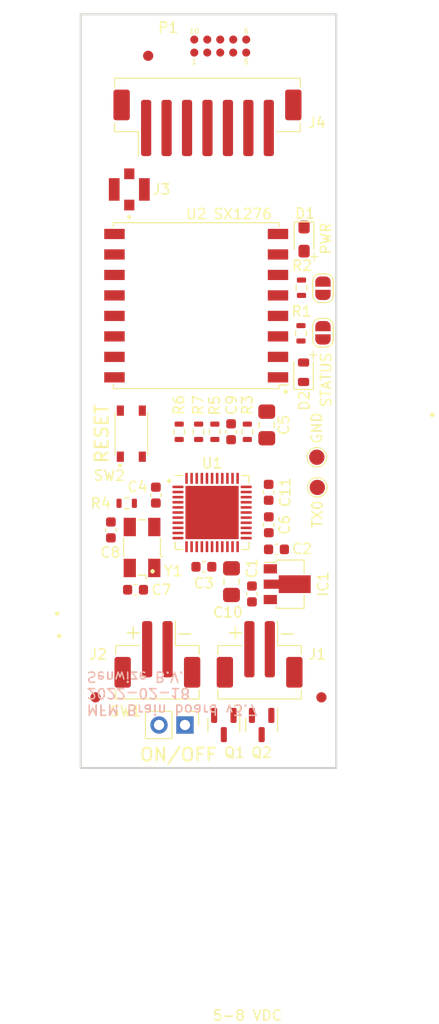
<source format=kicad_pcb>
(kicad_pcb (version 20211014) (generator pcbnew)
  (layers (0 "F.Cu" signal) (31 "B.Cu" signal) (35 "F.Paste" user) (36 "B.SilkS" user "B.Silkscreen") (37 "F.SilkS" user "F.Silkscreen") (38 "B.Mask" user) (39 "F.Mask" user) (44 "Edge.Cuts" user))
  (net 0 "")
  (net 1 "GND")
  (net 2 "+3V3")
  (net 3 "XTAL1")
  (net 4 "XTAL2")
  (net 5 "Net-(C11-Pad2)")
  (net 6 "VBAT")
  (net 7 "I2C_SCL")
  (net 8 "I2C_SDA")
  (net 9 "SMBALERT")
  (net 10 "NRST")
  (net 11 "AVR_MOSI")
  (net 12 "AVR_SCK")
  (net 13 "AVR_MISO")
  (net 14 "AVR_RX0")
  (net 15 "AVR_TX0")
  (net 16 "SPI_MISO")
  (net 17 "SPI_MOSI")
  (net 18 "SPI_SCK")
  (net 19 "RADIO_NSS")
  (net 20 "RADIO_DIO5")
  (net 21 "RADIO_DIO4")
  (net 22 "RADIO_DIO3")
  (net 23 "RADIO_DIO2")
  (net 24 "RADIO_DIO1")
  (net 25 "RADIO_DIO0")
  (net 26 "RADIO_RST")
  (net 27 "Net-(D1-Pad2)")
  (net 28 "Net-(D1-Pad1)")
  (net 29 "Net-(D2-Pad2)")
  (net 30 "Net-(D2-Pad1)")
  (net 31 "LED_STAT")
  (net 32 "Net-(J3-Pad1)")
  (net 33 "AVR_RX1")
  (net 34 "AVR_TX1")
  (net 52 "Net-(Q1-Pad2)")
  (net 53 "/Bat_in_2")
  (net 54 "/Bat_in_1")
  (footprint "Connector_PinHeader_2.54mm:PinHeader_1x02_P2.54mm_Vertical" (layer "F.Cu") (at 28.7 137.6 -90)
    (fp_text reference "SW1")
    (fp_text value "SW_VBAT")
    (fp_text user "${REFERENCE}" (at -1.35 5.8 180) (layer "F.SilkS"))
    (fp_line (start 1.33 1.27) (end 1.33 3.87) (layer "F.SilkS") (width 0.12))
    (fp_line (start -1.33 -1.33) (end 0 -1.33) (layer "F.SilkS") (width 0.12))
    (fp_line (start -1.33 3.87) (end 1.33 3.87) (layer "F.SilkS") (width 0.12))
    (fp_line (start -1.33 1.27) (end -1.33 3.87) (layer "F.SilkS") (width 0.12))
    (fp_line (start -1.33 0) (end -1.33 -1.33) (layer "F.SilkS") (width 0.12))
    (fp_line (start -1.33 1.27) (end 1.33 1.27) (layer "F.SilkS") (width 0.12))
    (pad "1" thru_hole rect locked (at 0 0 270) (size 1.7 1.7) (drill 1) (layers *.Cu *.Mask) (net 52 "Net-(Q1-Pad2)"))
    (pad "2" thru_hole oval locked (at 0 2.54 270) (size 1.7 1.7) (drill 1) (layers *.Cu *.Mask) (net 6 "VBAT"))
  )
  (footprint "MountingHole:MountingHole_2.7mm_M2.5_DIN965" (layer "F.Cu") (at 40.7 71.1)
    (fp_text reference "H1")
    (fp_text value "MountingHole")
    (pad "" np_thru_hole circle locked (at 0 0) (size 2.7 2.7) (drill 2.7) (layers *.Cu *.Mask))
  )
  (footprint "MountingHole:MountingHole_2.7mm_M2.5_DIN965" (layer "F.Cu") (at 40.7 139)
    (fp_text reference "H2")
    (fp_text value "MountingHole")
    (pad "" np_thru_hole circle locked (at 0 0) (size 2.7 2.7) (drill 2.7) (layers *.Cu *.Mask))
  )
  (footprint "MountingHole:MountingHole_2.7mm_M2.5_DIN965" (layer "F.Cu") (at 21.3 71)
    (fp_text reference "H3")
    (fp_text value "MountingHole")
    (pad "" np_thru_hole circle locked (at 0 0) (size 2.7 2.7) (drill 2.7) (layers *.Cu *.Mask))
  )
  (footprint "MountingHole:MountingHole_2.7mm_M2.5_DIN965" (layer "F.Cu") (at 21.3 139)
    (fp_text reference "H4")
    (fp_text value "MountingHole")
    (pad "" np_thru_hole circle locked (at 0 0) (size 2.7 2.7) (drill 2.7) (layers *.Cu *.Mask))
  )
  (footprint "Capacitor_SMD:C_0603_1608Metric" (layer "F.Cu") (at 36.887 114.875 90)
    (fp_text reference "C11" (at 0 1.613 90) (layer "F.SilkS"))
    (fp_text value "100nF")
    (fp_line (start -0.14058 -0.51) (end 0.14058 -0.51) (layer "F.SilkS") (width 0.12))
    (fp_line (start -0.14058 0.51) (end 0.14058 0.51) (layer "F.SilkS") (width 0.12))
    (pad "1" smd roundrect locked (at -0.775 0 90) (size 0.9 0.95) (layers "F.Cu" "F.Paste" "F.Mask") (net 1 "GND"))
    (pad "2" smd roundrect locked (at 0.775 0 90) (size 0.9 0.95) (layers "F.Cu" "F.Paste" "F.Mask") (net 5 "Net-(C11-Pad2)"))
  )
  (footprint "Capacitor_SMD:C_0603_1608Metric" (layer "F.Cu") (at 33.2105 108.966 -90)
    (fp_text reference "C9" (at -2.616 -0.0395 90) (layer "F.SilkS"))
    (fp_text value "100nF")
    (fp_line (start -0.14058 -0.51) (end 0.14058 -0.51) (layer "F.SilkS") (width 0.12))
    (fp_line (start -0.14058 0.51) (end 0.14058 0.51) (layer "F.SilkS") (width 0.12))
    (pad "1" smd roundrect locked (at -0.775 0 270) (size 0.9 0.95) (layers "F.Cu" "F.Paste" "F.Mask") (net 1 "GND"))
    (pad "2" smd roundrect locked (at 0.775 0 270) (size 0.9 0.95) (layers "F.Cu" "F.Paste" "F.Mask") (net 2 "+3V3"))
  )
  (footprint "Capacitor_SMD:C_0603_1608Metric" (layer "F.Cu") (at 21.45 118.55 90)
    (fp_text reference "C8" (at -2.2 -0.05 180) (layer "F.SilkS"))
    (fp_text value "10pF")
    (fp_line (start -0.14058 -0.51) (end 0.14058 -0.51) (layer "F.SilkS") (width 0.12))
    (fp_line (start -0.14058 0.51) (end 0.14058 0.51) (layer "F.SilkS") (width 0.12))
    (pad "1" smd roundrect locked (at -0.775 0 90) (size 0.9 0.95) (layers "F.Cu" "F.Paste" "F.Mask") (net 1 "GND"))
    (pad "2" smd roundrect locked (at 0.775 0 90) (size 0.9 0.95) (layers "F.Cu" "F.Paste" "F.Mask") (net 4 "XTAL2"))
  )
  (footprint "Capacitor_SMD:C_0603_1608Metric" (layer "F.Cu") (at 35.25 124.8 -90)
    (fp_text reference "C1" (at -2.5 0 -270) (layer "F.SilkS"))
    (fp_text value "2.2uF")
    (fp_line (start -0.14058 0.51) (end 0.14058 0.51) (layer "F.SilkS") (width 0.12))
    (fp_line (start -0.14058 -0.51) (end 0.14058 -0.51) (layer "F.SilkS") (width 0.12))
    (pad "1" smd roundrect locked (at -0.775 0 270) (size 0.9 0.95) (layers "F.Cu" "F.Paste" "F.Mask") (net 1 "GND"))
    (pad "2" smd roundrect locked (at 0.775 0 270) (size 0.9 0.95) (layers "F.Cu" "F.Paste" "F.Mask") (net 6 "VBAT"))
  )
  (footprint "Capacitor_SMD:C_0603_1608Metric" (layer "F.Cu") (at 37.65 120.45 180)
    (fp_text reference "C2" (at -2.5 0.05) (layer "F.SilkS"))
    (fp_text value "2.2uF")
    (fp_line (start -0.14058 0.51) (end 0.14058 0.51) (layer "F.SilkS") (width 0.12))
    (fp_line (start -0.14058 -0.51) (end 0.14058 -0.51) (layer "F.SilkS") (width 0.12))
    (pad "1" smd roundrect locked (at -0.775 0 180) (size 0.9 0.95) (layers "F.Cu" "F.Paste" "F.Mask") (net 1 "GND"))
    (pad "2" smd roundrect locked (at 0.775 0 180) (size 0.9 0.95) (layers "F.Cu" "F.Paste" "F.Mask") (net 2 "+3V3"))
  )
  (footprint "Capacitor_SMD:C_0603_1608Metric" (layer "F.Cu") (at 30.55 122.15)
    (fp_text reference "C3" (at 0 1.6) (layer "F.SilkS"))
    (fp_text value "100nF")
    (fp_line (start -0.14058 -0.51) (end 0.14058 -0.51) (layer "F.SilkS") (width 0.12))
    (fp_line (start -0.14058 0.51) (end 0.14058 0.51) (layer "F.SilkS") (width 0.12))
    (pad "1" smd roundrect locked (at -0.775 0) (size 0.9 0.95) (layers "F.Cu" "F.Paste" "F.Mask") (net 1 "GND"))
    (pad "2" smd roundrect locked (at 0.775 0) (size 0.9 0.95) (layers "F.Cu" "F.Paste" "F.Mask") (net 2 "+3V3"))
  )
  (footprint "Capacitor_SMD:C_0603_1608Metric" (layer "F.Cu") (at 25.85 115.15 -90)
    (fp_text reference "C4" (at -0.8 1.8 180) (layer "F.SilkS"))
    (fp_text value "100nF")
    (fp_line (start -0.14058 0.51) (end 0.14058 0.51) (layer "F.SilkS") (width 0.12))
    (fp_line (start -0.14058 -0.51) (end 0.14058 -0.51) (layer "F.SilkS") (width 0.12))
    (pad "1" smd roundrect locked (at -0.775 0 270) (size 0.9 0.95) (layers "F.Cu" "F.Paste" "F.Mask") (net 1 "GND"))
    (pad "2" smd roundrect locked (at 0.775 0 270) (size 0.9 0.95) (layers "F.Cu" "F.Paste" "F.Mask") (net 2 "+3V3"))
  )
  (footprint "Capacitor_SMD:C_0603_1608Metric" (layer "F.Cu") (at 36.9 118.05 90)
    (fp_text reference "C6" (at 0 1.55 90) (layer "F.SilkS"))
    (fp_text value "100nF")
    (fp_line (start -0.14058 -0.51) (end 0.14058 -0.51) (layer "F.SilkS") (width 0.12))
    (fp_line (start -0.14058 0.51) (end 0.14058 0.51) (layer "F.SilkS") (width 0.12))
    (pad "1" smd roundrect locked (at -0.775 0 90) (size 0.9 0.95) (layers "F.Cu" "F.Paste" "F.Mask") (net 1 "GND"))
    (pad "2" smd roundrect locked (at 0.775 0 90) (size 0.9 0.95) (layers "F.Cu" "F.Paste" "F.Mask") (net 2 "+3V3"))
  )
  (footprint "Capacitor_SMD:C_0603_1608Metric" (layer "F.Cu") (at 23.863 124.392)
    (fp_text reference "C7" (at 2.537 0.008) (layer "F.SilkS"))
    (fp_text value "10pF")
    (fp_line (start -0.14058 0.51) (end 0.14058 0.51) (layer "F.SilkS") (width 0.12))
    (fp_line (start -0.14058 -0.51) (end 0.14058 -0.51) (layer "F.SilkS") (width 0.12))
    (pad "1" smd roundrect locked (at -0.775 0) (size 0.9 0.95) (layers "F.Cu" "F.Paste" "F.Mask") (net 1 "GND"))
    (pad "2" smd roundrect locked (at 0.775 0) (size 0.9 0.95) (layers "F.Cu" "F.Paste" "F.Mask") (net 3 "XTAL1"))
  )
  (footprint "PTS815-SJK-250-SMTR-LFS:PTS815SJK250SMTRLFS" (layer "F.Cu") (at 23.45 109.15 90)
    (fp_text reference "SW2" (at -4.1 -2.15 180) (layer "F.SilkS"))
    (fp_text value "RESET" (at 0 -2.9 90) (layer "F.SilkS") (effects (font (size 1.27 1.27) (thickness 0.2))))
    (fp_line (start -2.1 1.6) (end 2.075 1.6) (layer "F.SilkS") (width 0.1))
    (fp_line (start -3.1 -1.2) (end -3.1 -1.2) (layer "F.SilkS") (width 0.2))
    (fp_line (start -3.1 -1) (end -3.1 -1) (layer "F.SilkS") (width 0.2))
    (fp_line (start -2.1 -1.6) (end 2.075 -1.6) (layer "F.SilkS") (width 0.1))
    (fp_arc (start -3.1 -1) (mid -3.2 -1.1) (end -3.1 -1.2) (layer "F.SilkS") (width 0.2))
    (fp_arc (start -3.1 -1.2) (mid -3 -1.1) (end -3.1 -1) (layer "F.SilkS") (width 0.2))
    (pad "1" smd rect (at -2.25 -1.075 180) (size 0.7 1) (layers "F.Cu" "F.Paste" "F.Mask") (net 10 "NRST"))
    (pad "2" smd rect (at -2.25 1.075 180) (size 0.7 1) (layers "F.Cu" "F.Paste" "F.Mask") (net 1 "GND"))
    (pad "3" smd rect (at 2.25 -1.075 180) (size 0.7 1) (layers "F.Cu" "F.Paste" "F.Mask"))
    (pad "4" smd rect (at 2.25 1.075 180) (size 0.7 1) (layers "F.Cu" "F.Paste" "F.Mask"))
  )
  (footprint "Crystal:Crystal_SMD_Abracon_ABM3B-4Pin_5.0x3.2mm" (layer "F.Cu") (at 24.498 120.2645 90)
    (fp_text reference "Y1" (at -2.2855 3.052 180) (layer "F.SilkS"))
    (fp_text value "8MHz")
    (fp_line (start 2.7 -0.4) (end 2.7 0.4) (layer "F.SilkS") (width 0.12))
    (fp_line (start -0.9 1.8) (end -0.9 2.04) (layer "F.SilkS") (width 0.12))
    (fp_line (start 0.9 1.8) (end -0.9 1.8) (layer "F.SilkS") (width 0.12))
    (fp_line (start -0.9 -1.8) (end 0.9 -1.8) (layer "F.SilkS") (width 0.12))
    (fp_line (start -2.7 0.4) (end -2.7 -0.4) (layer "F.SilkS") (width 0.12))
    (fp_line (start -3.1 0.4) (end -2.7 0.4) (layer "F.SilkS") (width 0.12))
    (pad "1" smd rect locked (at -2 1.2 90) (size 1.8 1.2) (layers "F.Cu" "F.Paste" "F.Mask") (net 3 "XTAL1"))
    (pad "2" smd rect locked (at 2 1.2 90) (size 1.8 1.2) (layers "F.Cu" "F.Paste" "F.Mask") (net 1 "GND"))
    (pad "3" smd rect locked (at 2 -1.2 90) (size 1.8 1.2) (layers "F.Cu" "F.Paste" "F.Mask") (net 4 "XTAL2"))
    (pad "4" smd rect locked (at -2 -1.2 90) (size 1.8 1.2) (layers "F.Cu" "F.Paste" "F.Mask") (net 1 "GND"))
  )
  (footprint "custom_library_FP:LED_0805_2012Metric_APT2012LSECK" (layer "F.Cu") (at 40.35 90.15 -90)
    (fp_text reference "D1" (at -2.5 -0.1 180) (layer "F.SilkS"))
    (fp_text value "LED_PWR")
    (fp_line (start -1.685 -0.96) (end -1.685 0.96) (layer "F.SilkS") (width 0.12))
    (fp_line (start -1.685 0.96) (end 1 0.96) (layer "F.SilkS") (width 0.12))
    (fp_line (start 1 -0.96) (end -1.685 -0.96) (layer "F.SilkS") (width 0.12))
    (pad "1" smd roundrect locked (at -1.175 0 270) (size 1.25 1.1) (layers "F.Cu" "F.Paste" "F.Mask") (net 28 "Net-(D1-Pad1)"))
    (pad "2" smd roundrect locked (at 1.175 0 270) (size 1.25 1.1) (layers "F.Cu" "F.Paste" "F.Mask") (net 27 "Net-(D1-Pad2)"))
  )
  (footprint "custom_library_FP:LED_0805_2012Metric_APTD2012LQBC-D" (layer "F.Cu") (at 40.3 103.15 90)
    (fp_text reference "D2" (at -2.781 0.0655 90) (layer "F.SilkS"))
    (fp_text value "LED_STAT")
    (fp_line (start 1 -0.96) (end -1.685 -0.96) (layer "F.SilkS") (width 0.12))
    (fp_line (start -1.685 0.96) (end 1 0.96) (layer "F.SilkS") (width 0.12))
    (fp_line (start -1.685 -0.96) (end -1.685 0.96) (layer "F.SilkS") (width 0.12))
    (pad "1" smd roundrect locked (at -0.95 0 90) (size 0.8 1.1) (layers "F.Cu" "F.Paste" "F.Mask") (net 30 "Net-(D2-Pad1)"))
    (pad "2" smd roundrect locked (at 0.95 0 90) (size 0.8 1.1) (layers "F.Cu" "F.Paste" "F.Mask") (net 29 "Net-(D2-Pad2)"))
  )
  (footprint "custom_library_FP:R_0603_1608Metric_CRCW...C" (layer "F.Cu") (at 40.05 99.35 90)
    (fp_text reference "R1" (at 2.15 0.05 180) (layer "F.SilkS"))
    (fp_text value "750R")
    (fp_line (start -0.237258 0.5225) (end 0.237258 0.5225) (layer "F.SilkS") (width 0.12))
    (fp_line (start -0.237258 -0.5225) (end 0.237258 -0.5225) (layer "F.SilkS") (width 0.12))
    (pad "1" smd roundrect locked (at -0.75 0 90) (size 0.5 0.9) (layers "F.Cu" "F.Paste" "F.Mask") (net 2 "+3V3"))
    (pad "2" smd roundrect locked (at 0.75 0 90) (size 0.5 0.9) (layers "F.Cu" "F.Paste" "F.Mask") (net 27 "Net-(D1-Pad2)"))
  )
  (footprint "custom_library_FP:R_0603_1608Metric_CRCW...C" (layer "F.Cu") (at 40.1 94.9 -90)
    (fp_text reference "R2" (at -2.15 -0.05 180) (layer "F.SilkS"))
    (fp_text value "324R")
    (fp_line (start -0.237258 -0.5225) (end 0.237258 -0.5225) (layer "F.SilkS") (width 0.12))
    (fp_line (start -0.237258 0.5225) (end 0.237258 0.5225) (layer "F.SilkS") (width 0.12))
    (pad "1" smd roundrect locked (at -0.75 0 270) (size 0.5 0.9) (layers "F.Cu" "F.Paste" "F.Mask") (net 31 "LED_STAT"))
    (pad "2" smd roundrect locked (at 0.75 0 270) (size 0.5 0.9) (layers "F.Cu" "F.Paste" "F.Mask") (net 29 "Net-(D2-Pad2)"))
  )
  (footprint "custom_library_FP:R_0603_1608Metric_CRCW...C" (layer "F.Cu") (at 34.798 108.966 -90)
    (fp_text reference "R3" (at -2.616 -0.002 90) (layer "F.SilkS"))
    (fp_text value "10k")
    (fp_line (start -0.237258 -0.5225) (end 0.237258 -0.5225) (layer "F.SilkS") (width 0.12))
    (fp_line (start -0.237258 0.5225) (end 0.237258 0.5225) (layer "F.SilkS") (width 0.12))
    (pad "1" smd roundrect locked (at -0.75 0 270) (size 0.5 0.9) (layers "F.Cu" "F.Paste" "F.Mask") (net 19 "RADIO_NSS"))
    (pad "2" smd roundrect locked (at 0.75 0 270) (size 0.5 0.9) (layers "F.Cu" "F.Paste" "F.Mask") (net 2 "+3V3"))
  )
  (footprint "custom_library_FP:R_0603_1608Metric_CRCW...C" (layer "F.Cu") (at 22.9975 115.9495)
    (fp_text reference "R4" (at -2.5475 0.0005) (layer "F.SilkS"))
    (fp_text value "10k")
    (fp_line (start -0.237258 0.5225) (end 0.237258 0.5225) (layer "F.SilkS") (width 0.12))
    (fp_line (start -0.237258 -0.5225) (end 0.237258 -0.5225) (layer "F.SilkS") (width 0.12))
    (pad "1" smd roundrect locked (at -0.75 0) (size 0.5 0.9) (layers "F.Cu" "F.Paste" "F.Mask") (net 10 "NRST"))
    (pad "2" smd roundrect locked (at 0.75 0) (size 0.5 0.9) (layers "F.Cu" "F.Paste" "F.Mask") (net 2 "+3V3"))
  )
  (footprint "custom_library_FP:R_0603_1608Metric_CRCW...C" (layer "F.Cu") (at 31.623 108.966 90)
    (fp_text reference "R5" (at 2.566 -0.023 90) (layer "F.SilkS"))
    (fp_text value "324R")
    (fp_line (start -0.237258 0.5225) (end 0.237258 0.5225) (layer "F.SilkS") (width 0.12))
    (fp_line (start -0.237258 -0.5225) (end 0.237258 -0.5225) (layer "F.SilkS") (width 0.12))
    (pad "1" smd roundrect locked (at -0.75 0 90) (size 0.5 0.9) (layers "F.Cu" "F.Paste" "F.Mask") (net 12 "AVR_SCK"))
    (pad "2" smd roundrect locked (at 0.75 0 90) (size 0.5 0.9) (layers "F.Cu" "F.Paste" "F.Mask") (net 18 "SPI_SCK"))
  )
  (footprint "custom_library_FP:R_0603_1608Metric_CRCW...C" (layer "F.Cu") (at 30.0355 108.966 90)
    (fp_text reference "R7" (at 2.616 -0.0355 90) (layer "F.SilkS"))
    (fp_text value "324R")
    (fp_line (start -0.237258 0.5225) (end 0.237258 0.5225) (layer "F.SilkS") (width 0.12))
    (fp_line (start -0.237258 -0.5225) (end 0.237258 -0.5225) (layer "F.SilkS") (width 0.12))
    (pad "1" smd roundrect locked (at -0.75 0 90) (size 0.5 0.9) (layers "F.Cu" "F.Paste" "F.Mask") (net 11 "AVR_MOSI"))
    (pad "2" smd roundrect locked (at 0.75 0 90) (size 0.5 0.9) (layers "F.Cu" "F.Paste" "F.Mask") (net 17 "SPI_MOSI"))
  )
  (footprint "Capacitor_SMD:C_0805_2012Metric_GRM21BR61E106MA73L" (layer "F.Cu") (at 33.25 123.6 -90)
    (fp_text reference "C10" (at 3 0.35 180) (layer "F.SilkS"))
    (fp_text value "10uF")
    (fp_line (start -0.261252 0.735) (end 0.261252 0.735) (layer "F.SilkS") (width 0.12))
    (fp_line (start -0.261252 -0.735) (end 0.261252 -0.735) (layer "F.SilkS") (width 0.12))
    (pad "1" smd roundrect locked (at -1.3 0 270) (size 1.4 1.65) (layers "F.Cu" "F.Paste" "F.Mask") (net 2 "+3V3"))
    (pad "2" smd roundrect locked (at 1.3 0 270) (size 1.4 1.65) (layers "F.Cu" "F.Paste" "F.Mask") (net 1 "GND"))
  )
  (footprint "RF_Module:HOPERF_RFM9XW_SMD" (layer "F.Cu") (at 29.8 96.65 180)
    (fp_text reference "U2" (at 0 8.95) (layer "F.SilkS"))
    (fp_text value "LoRa_Radio")
    (fp_line (start -8.1 7.7) (end -8.1 8.1) (layer "F.SilkS") (width 0.12))
    (fp_line (start -8.1 -7.75) (end -9 -7.75) (layer "F.SilkS") (width 0.12))
    (fp_line (start 8.1 -8.1) (end 8.1 -7.7) (layer "F.SilkS") (width 0.12))
    (fp_line (start 8.1 8.1) (end 8.1 7.7) (layer "F.SilkS") (width 0.12))
    (fp_line (start -8.1 -8.1) (end 8.1 -8.1) (layer "F.SilkS") (width 0.12))
    (fp_line (start -8.1 -8.1) (end -8.1 -7.75) (layer "F.SilkS") (width 0.12))
    (fp_line (start -8.1 8.1) (end 8.1 8.1) (layer "F.SilkS") (width 0.12))
    (pad "1" smd rect locked (at -8 -7 180) (size 2 1) (layers "F.Cu" "F.Paste" "F.Mask") (net 1 "GND"))
    (pad "2" smd rect locked (at -8 -5 180) (size 2 1) (layers "F.Cu" "F.Paste" "F.Mask") (net 16 "SPI_MISO"))
    (pad "3" smd rect locked (at -8 -3 180) (size 2 1) (layers "F.Cu" "F.Paste" "F.Mask") (net 17 "SPI_MOSI"))
    (pad "4" smd rect locked (at -8 -1 180) (size 2 1) (layers "F.Cu" "F.Paste" "F.Mask") (net 18 "SPI_SCK"))
    (pad "5" smd rect locked (at -8 1 180) (size 2 1) (layers "F.Cu" "F.Paste" "F.Mask") (net 19 "RADIO_NSS"))
    (pad "6" smd rect locked (at -8 3 180) (size 2 1) (layers "F.Cu" "F.Paste" "F.Mask") (net 26 "RADIO_RST"))
    (pad "7" smd rect locked (at -8 5 180) (size 2 1) (layers "F.Cu" "F.Paste" "F.Mask") (net 20 "RADIO_DIO5"))
    (pad "8" smd rect locked (at -8 7 180) (size 2 1) (layers "F.Cu" "F.Paste" "F.Mask") (net 1 "GND"))
    (pad "9" smd rect locked (at 8 7 180) (size 2 1) (layers "F.Cu" "F.Paste" "F.Mask") (net 32 "Net-(J3-Pad1)"))
    (pad "10" smd rect locked (at 8 5 180) (size 2 1) (layers "F.Cu" "F.Paste" "F.Mask") (net 1 "GND"))
    (pad "11" smd rect locked (at 8 3 180) (size 2 1) (layers "F.Cu" "F.Paste" "F.Mask") (net 22 "RADIO_DIO3"))
    (pad "12" smd rect locked (at 8 1 180) (size 2 1) (layers "F.Cu" "F.Paste" "F.Mask") (net 21 "RADIO_DIO4"))
    (pad "13" smd rect locked (at 8 -1 180) (size 2 1) (layers "F.Cu" "F.Paste" "F.Mask") (net 2 "+3V3"))
    (pad "14" smd rect locked (at 8 -3 180) (size 2 1) (layers "F.Cu" "F.Paste" "F.Mask") (net 25 "RADIO_DIO0"))
    (pad "15" smd rect locked (at 8 -5 180) (size 2 1) (layers "F.Cu" "F.Paste" "F.Mask") (net 24 "RADIO_DIO1"))
    (pad "16" smd rect locked (at 8 -7 180) (size 2 1) (layers "F.Cu" "F.Paste" "F.Mask") (net 23 "RADIO_DIO2"))
  )
  (footprint "CONMHF1-SMD-G-T:LINX_CONMHF1-SMD-G-T" (layer "F.Cu") (at 23.25 85.3 180)
    (fp_text reference "J3" (at -3.15 0) (layer "F.SilkS"))
    (fp_text value "Antenna")
    (fp_circle (center 0 -2.7) (end 0.1 -2.7) (layer "F.SilkS") (width 0.2) (fill none))
    (pad "1" smd rect (at 0 -1.525 180) (size 1 1.05) (layers "F.Cu" "F.Paste" "F.Mask") (net 32 "Net-(J3-Pad1)"))
    (pad "2" smd rect (at 1.475 0 180) (size 1.05 2.2) (layers "F.Cu" "F.Paste" "F.Mask") (net 1 "GND"))
    (pad "2" smd rect (at 0 1.525 180) (size 1 1.05) (layers "F.Cu" "F.Paste" "F.Mask") (net 1 "GND"))
    (pad "2" smd rect (at -1.475 0 180) (size 1.05 2.2) (layers "F.Cu" "F.Paste" "F.Mask") (net 1 "GND"))
  )
  (footprint "Capacitor_SMD:C_0805_2012Metric_GRM21BR61E106MA73L" (layer "F.Cu") (at 36.7 108.3 -90)
    (fp_text reference "C5" (at 0 -1.68 -270) (layer "F.SilkS"))
    (fp_text value "10uF")
    (fp_line (start -0.261252 -0.735) (end 0.261252 -0.735) (layer "F.SilkS") (width 0.12))
    (fp_line (start -0.261252 0.735) (end 0.261252 0.735) (layer "F.SilkS") (width 0.12))
    (pad "1" smd roundrect locked (at -1.3 0 270) (size 1.4 1.65) (layers "F.Cu" "F.Paste" "F.Mask") (net 1 "GND"))
    (pad "2" smd roundrect locked (at 1.3 0 270) (size 1.4 1.65) (layers "F.Cu" "F.Paste" "F.Mask") (net 2 "+3V3"))
  )
  (footprint "custom_library_FP:R_0603_1608Metric_CRCW...C" (layer "F.Cu") (at 28.1305 108.966 90)
    (fp_text reference "R6" (at 2.616 -0.0305 90) (layer "F.SilkS"))
    (fp_text value "324R")
    (fp_line (start -0.237258 -0.5225) (end 0.237258 -0.5225) (layer "F.SilkS") (width 0.12))
    (fp_line (start -0.237258 0.5225) (end 0.237258 0.5225) (layer "F.SilkS") (width 0.12))
    (pad "1" smd roundrect locked (at -0.75 0 90) (size 0.5 0.9) (layers "F.Cu" "F.Paste" "F.Mask") (net 13 "AVR_MISO"))
    (pad "2" smd roundrect locked (at 0.75 0 90) (size 0.5 0.9) (layers "F.Cu" "F.Paste" "F.Mask") (net 16 "SPI_MISO"))
  )
  (footprint "Connector_JST:JST_PH_B2B-PH-SM4-TB_1x02-1MP_P2.00mm_Vertical" (layer "F.Cu") (at 26 130.7 180)
    (fp_text reference "J2" (at 5.8 0) (layer "F.SilkS"))
    (fp_text value "JST Jack")
    (fp_line (start -4.085 0.01) (end -4.085 0.86) (layer "F.SilkS") (width 0.12))
    (fp_line (start 4.085 0.86) (end 1.76 0.86) (layer "F.SilkS") (width 0.12))
    (fp_line (start 4.085 -4.36) (end 4.085 -3.51) (layer "F.SilkS") (width 0.12))
    (fp_line (start -1.76 0.86) (end -1.76 3.25) (layer "F.SilkS") (width 0.12))
    (fp_line (start -4.085 0.86) (end -1.76 0.86) (layer "F.SilkS") (width 0.12))
    (fp_line (start 4.085 0.01) (end 4.085 0.86) (layer "F.SilkS") (width 0.12))
    (fp_line (start -4.085 -3.51) (end -4.085 -4.36) (layer "F.SilkS") (width 0.12))
    (fp_line (start -4.085 -4.36) (end 4.085 -4.36) (layer "F.SilkS") (width 0.12))
    (pad "1" smd roundrect (at -1 0.5 180) (size 1 5.5) (layers "F.Cu" "F.Paste" "F.Mask") (net 1 "GND"))
    (pad "2" smd roundrect (at 1 0.5 180) (size 1 5.5) (layers "F.Cu" "F.Paste" "F.Mask") (net 54 "/Bat_in_1"))
    (pad "MP" smd roundrect (at -3.4 -1.75 180) (size 1.6 3) (layers "F.Cu" "F.Paste" "F.Mask") (roundrect_rratio 0.15625))
    (pad "MP" smd roundrect (at 3.4 -1.75 180) (size 1.6 3) (layers "F.Cu" "F.Paste" "F.Mask") (roundrect_rratio 0.15625))
  )
  (footprint "Fiducial:Fiducial_1mm_Mask2mm" (layer "F.Cu") (at 19.95 134.9)
    (fp_text reference "FID1")
    (fp_text value "Fiducial")
    (pad "" smd circle locked (at 0 0) (size 1 1) (layers "F.Cu" "F.Mask") (clearance 0.5))
  )
  (footprint "Fiducial:Fiducial_1mm_Mask2mm" (layer "F.Cu") (at 25.1 72.25)
    (fp_text reference "FID2")
    (fp_text value "Fiducial")
    (pad "" smd circle locked (at 0 0) (size 1 1) (layers "F.Cu" "F.Mask") (clearance 0.5))
  )
  (footprint "Fiducial:Fiducial_1mm_Mask2mm" (layer "F.Cu") (at 42.05 134.9)
    (fp_text reference "FID3")
    (fp_text value "Fiducial")
    (pad "" smd circle locked (at 0 0) (size 1 1) (layers "F.Cu" "F.Mask") (clearance 0.5))
  )
  (footprint "Connector_JST:JST_PH_B2B-PH-SM4-TB_1x02-1MP_P2.00mm_Vertical" (layer "F.Cu") (at 36 130.7 180)
    (fp_text reference "J1" (at -5.65 0) (layer "F.SilkS"))
    (fp_text value "JST Jack")
    (fp_line (start 4.085 -4.36) (end 4.085 -3.51) (layer "F.SilkS") (width 0.12))
    (fp_line (start -1.76 0.86) (end -1.76 3.25) (layer "F.SilkS") (width 0.12))
    (fp_line (start -4.085 0.86) (end -1.76 0.86) (layer "F.SilkS") (width 0.12))
    (fp_line (start -4.085 -3.51) (end -4.085 -4.36) (layer "F.SilkS") (width 0.12))
    (fp_line (start -4.085 -4.36) (end 4.085 -4.36) (layer "F.SilkS") (width 0.12))
    (fp_line (start 4.085 0.86) (end 1.76 0.86) (layer "F.SilkS") (width 0.12))
    (fp_line (start -4.085 0.01) (end -4.085 0.86) (layer "F.SilkS") (width 0.12))
    (fp_line (start 4.085 0.01) (end 4.085 0.86) (layer "F.SilkS") (width 0.12))
    (pad "1" smd roundrect (at -1 0.5 180) (size 1 5.5) (layers "F.Cu" "F.Paste" "F.Mask") (net 1 "GND"))
    (pad "2" smd roundrect (at 1 0.5 180) (size 1 5.5) (layers "F.Cu" "F.Paste" "F.Mask") (net 53 "/Bat_in_2"))
    (pad "MP" smd roundrect (at -3.4 -1.75 180) (size 1.6 3) (layers "F.Cu" "F.Paste" "F.Mask") (roundrect_rratio 0.15625))
    (pad "MP" smd roundrect (at 3.4 -1.75 180) (size 1.6 3) (layers "F.Cu" "F.Paste" "F.Mask") (roundrect_rratio 0.15625))
  )
  (footprint "Jumper:SolderJumper-2_P1.3mm_Open_RoundedPad1.0x1.5mm" (layer "F.Cu") (at 42.2 94.95 90)
    (fp_text reference "JP1")
    (fp_text value "SW_LED_PWR")
    (fp_line (start -0.7 -1) (end 0.7 -1) (layer "F.SilkS") (width 0.12))
    (fp_line (start 1.4 -0.3) (end 1.4 0.3) (layer "F.SilkS") (width 0.12))
    (fp_line (start 0.7 1) (end -0.7 1) (layer "F.SilkS") (width 0.12))
    (fp_line (start -1.4 0.3) (end -1.4 -0.3) (layer "F.SilkS") (width 0.12))
    (fp_arc (start -0.7 1) (mid -1.194975 0.794975) (end -1.4 0.3) (layer "F.SilkS") (width 0.12))
    (fp_arc (start -1.4 -0.3) (mid -1.194975 -0.794975) (end -0.7 -1) (layer "F.SilkS") (width 0.12))
    (fp_arc (start 0.7 -1) (mid 1.194975 -0.794975) (end 1.4 -0.3) (layer "F.SilkS") (width 0.12))
    (fp_arc (start 1.4 0.3) (mid 1.194975 0.794975) (end 0.7 1) (layer "F.SilkS") (width 0.12))
    (pad "1" smd custom (at -0.65 0 90) (size 1 0.5) (layers "F.Cu" "F.Mask") (net 28 "Net-(D1-Pad1)") (options (clearance outline) (anchor rect)) (primitives (gr_circle (center 0 0.25) (end 0.5 0.25) (width 0) (fill yes)) (gr_circle (center 0 -0.25) (end 0.5 -0.25) (width 0) (fill yes)) (gr_poly (pts (xy 0.5 0.75) (xy 0 0.75) (xy 0 -0.75) (xy 0.5 -0.75)) (width 0) (fill yes))))
    (pad "2" smd custom (at 0.65 0 90) (size 1 0.5) (layers "F.Cu" "F.Mask") (net 1 "GND") (options (clearance outline) (anchor rect)) (primitives (gr_circle (center 0 0.25) (end 0.5 0.25) (width 0) (fill yes)) (gr_circle (center 0 -0.25) (end 0.5 -0.25) (width 0) (fill yes)) (gr_poly (pts (xy 0 0.75) (xy -0.5 0.75) (xy -0.5 -0.75) (xy 0 -0.75)) (width 0) (fill yes))))
  )
  (footprint "Package_TO_SOT_SMD:SOT-23" (layer "F.Cu") (at 32.5 137.6 -90)
    (fp_text reference "Q1" (at 2.7 -1.05 180) (layer "F.SilkS"))
    (fp_text value "R.V. Protect")
    (fp_line (start 0 1.56) (end -0.65 1.56) (layer "F.SilkS") (width 0.12))
    (fp_line (start 0 -1.56) (end 0.65 -1.56) (layer "F.SilkS") (width 0.12))
    (fp_line (start 0 -1.56) (end -1.675 -1.56) (layer "F.SilkS") (width 0.12))
    (fp_line (start 0 1.56) (end 0.65 1.56) (layer "F.SilkS") (width 0.12))
    (pad "1" smd roundrect (at -0.9375 -0.95 270) (size 1.475 0.6) (layers "F.Cu" "F.Paste" "F.Mask") (net 1 "GND"))
    (pad "2" smd roundrect (at -0.9375 0.95 270) (size 1.475 0.6) (layers "F.Cu" "F.Paste" "F.Mask") (net 52 "Net-(Q1-Pad2)"))
    (pad "3" smd roundrect (at 0.9375 0 270) (size 1.475 0.6) (layers "F.Cu" "F.Paste" "F.Mask") (net 54 "/Bat_in_1"))
  )
  (footprint "TestPoint:TestPoint_Pad_D1.5mm" (layer "F.Cu") (at 41.65 114.4 90)
    (fp_text reference "TP2")
    (fp_text value "TX0" (at -2.6 0 90) (layer "F.SilkS"))
    (fp_circle (center 0 0) (end 0 0.95) (layer "F.SilkS") (width 0.12) (fill none))
    (pad "1" smd circle (at 0 0 90) (size 1.5 1.5) (layers "F.Cu" "F.Mask") (net 15 "AVR_TX0"))
  )
  (footprint "Package_TO_SOT_SMD:SOT-23" (layer "F.Cu") (at 36.2 137.6 -90)
    (fp_text reference "Q2" (at 2.7 0 180) (layer "F.SilkS"))
    (fp_text value "R.V. Protect")
    (fp_line (start 0 1.56) (end 0.65 1.56) (layer "F.SilkS") (width 0.12))
    (fp_line (start 0 -1.56) (end -1.675 -1.56) (layer "F.SilkS") (width 0.12))
    (fp_line (start 0 -1.56) (end 0.65 -1.56) (layer "F.SilkS") (width 0.12))
    (fp_line (start 0 1.56) (end -0.65 1.56) (layer "F.SilkS") (width 0.12))
    (pad "1" smd roundrect (at -0.9375 -0.95 270) (size 1.475 0.6) (layers "F.Cu" "F.Paste" "F.Mask") (net 1 "GND"))
    (pad "2" smd roundrect (at -0.9375 0.95 270) (size 1.475 0.6) (layers "F.Cu" "F.Paste" "F.Mask") (net 52 "Net-(Q1-Pad2)"))
    (pad "3" smd roundrect (at 0.9375 0 270) (size 1.475 0.6) (layers "F.Cu" "F.Paste" "F.Mask") (net 53 "/Bat_in_2"))
  )
  (footprint "TestPoint:TestPoint_Pad_D1.5mm" (layer "F.Cu") (at 41.6 111.45 90)
    (fp_text reference "TP1")
    (fp_text value "GND" (at 2.85 0 90) (layer "F.SilkS"))
    (fp_circle (center 0 0) (end 0 0.95) (layer "F.SilkS") (width 0.12) (fill none))
    (pad "1" smd circle (at 0 0 90) (size 1.5 1.5) (layers "F.Cu" "F.Mask") (net 1 "GND"))
  )
  (footprint "Package_DFN_QFN:QFN-44-1EP_7x7mm_P0.5mm_EP5.2x5.2mm" (layer "F.Cu") (at 31.35 116.85)
    (fp_text reference "U1" (at 0 -4.82) (layer "F.SilkS"))
    (fp_text value "ATmega1284P-M")
    (fp_line (start 2.885 -3.61) (end 3.61 -3.61) (layer "F.SilkS") (width 0.12))
    (fp_line (start -2.885 -3.61) (end -3.61 -3.61) (layer "F.SilkS") (width 0.12))
    (fp_line (start 3.61 -3.61) (end 3.61 -2.885) (layer "F.SilkS") (width 0.12))
    (fp_line (start 3.61 3.61) (end 3.61 2.885) (layer "F.SilkS") (width 0.12))
    (fp_line (start 2.885 3.61) (end 3.61 3.61) (layer "F.SilkS") (width 0.12))
    (fp_line (start -3.61 3.61) (end -3.61 2.885) (layer "F.SilkS") (width 0.12))
    (fp_line (start -2.885 3.61) (end -3.61 3.61) (layer "F.SilkS") (width 0.12))
    (pad "1" smd roundrect (at -3.3375 -2.5) (size 1.075 0.25) (layers "F.Cu" "F.Paste" "F.Mask") (net 11 "AVR_MOSI"))
    (pad "2" smd roundrect (at -3.3375 -2) (size 1.075 0.25) (layers "F.Cu" "F.Paste" "F.Mask") (net 13 "AVR_MISO"))
    (pad "3" smd roundrect (at -3.3375 -1.5) (size 1.075 0.25) (layers "F.Cu" "F.Paste" "F.Mask") (net 12 "AVR_SCK"))
    (pad "4" smd roundrect (at -3.3375 -1) (size 1.075 0.25) (layers "F.Cu" "F.Paste" "F.Mask") (net 10 "NRST"))
    (pad "5" smd roundrect (at -3.3375 -0.5) (size 1.075 0.25) (layers "F.Cu" "F.Paste" "F.Mask") (net 2 "+3V3"))
    (pad "6" smd roundrect (at -3.3375 0) (size 1.075 0.25) (layers "F.Cu" "F.Paste" "F.Mask") (net 1 "GND"))
    (pad "7" smd roundrect (at -3.3375 0.5) (size 1.075 0.25) (layers "F.Cu" "F.Paste" "F.Mask") (net 4 "XTAL2"))
    (pad "8" smd roundrect (at -3.3375 1) (size 1.075 0.25) (layers "F.Cu" "F.Paste" "F.Mask") (net 3 "XTAL1"))
    (pad "9" smd roundrect (at -3.3375 1.5) (size 1.075 0.25) (layers "F.Cu" "F.Paste" "F.Mask") (net 14 "AVR_RX0"))
    (pad "10" smd roundrect (at -3.3375 2) (size 1.075 0.25) (layers "F.Cu" "F.Paste" "F.Mask") (net 15 "AVR_TX0"))
    (pad "11" smd roundrect (at -3.3375 2.5) (size 1.075 0.25) (layers "F.Cu" "F.Paste" "F.Mask") (net 33 "AVR_RX1"))
    (pad "12" smd roundrect (at -2.5 3.3375) (size 0.25 1.075) (layers "F.Cu" "F.Paste" "F.Mask") (net 34 "AVR_TX1"))
    (pad "13" smd roundrect (at -2 3.3375) (size 0.25 1.075) (layers "F.Cu" "F.Paste" "F.Mask"))
    (pad "14" smd roundrect (at -1.5 3.3375) (size 0.25 1.075) (layers "F.Cu" "F.Paste" "F.Mask"))
    (pad "15" smd roundrect (at -1 3.3375) (size 0.25 1.075) (layers "F.Cu" "F.Paste" "F.Mask"))
    (pad "16" smd roundrect (at -0.5 3.3375) (size 0.25 1.075) (layers "F.Cu" "F.Paste" "F.Mask"))
    (pad "17" smd roundrect (at 0 3.3375) (size 0.25 1.075) (layers "F.Cu" "F.Paste" "F.Mask") (net 2 "+3V3"))
    (pad "18" smd roundrect (at 0.5 3.3375) (size 0.25 1.075) (layers "F.Cu" "F.Paste" "F.Mask") (net 1 "GND"))
    (pad "19" smd roundrect (at 1 3.3375) (size 0.25 1.075) (layers "F.Cu" "F.Paste" "F.Mask") (net 7 "I2C_SCL"))
    (pad "20" smd roundrect (at 1.5 3.3375) (size 0.25 1.075) (layers "F.Cu" "F.Paste" "F.Mask") (net 8 "I2C_SDA"))
    (pad "21" smd roundrect (at 2 3.3375) (size 0.25 1.075) (layers "F.Cu" "F.Paste" "F.Mask") (net 9 "SMBALERT"))
    (pad "22" smd roundrect (at 2.5 3.3375) (size 0.25 1.075) (layers "F.Cu" "F.Paste" "F.Mask"))
    (pad "23" smd roundrect (at 3.3375 2.5) (size 1.075 0.25) (layers "F.Cu" "F.Paste" "F.Mask"))
    (pad "24" smd roundrect (at 3.3375 2) (size 1.075 0.25) (layers "F.Cu" "F.Paste" "F.Mask"))
    (pad "25" smd roundrect (at 3.3375 1.5) (size 1.075 0.25) (layers "F.Cu" "F.Paste" "F.Mask"))
    (pad "26" smd roundrect (at 3.3375 1) (size 1.075 0.25) (layers "F.Cu" "F.Paste" "F.Mask"))
    (pad "27" smd roundrect (at 3.3375 0.5) (size 1.075 0.25) (layers "F.Cu" "F.Paste" "F.Mask") (net 2 "+3V3"))
    (pad "28" smd roundrect (at 3.3375 0) (size 1.075 0.25) (layers "F.Cu" "F.Paste" "F.Mask") (net 1 "GND"))
    (pad "29" smd roundrect (at 3.3375 -0.5) (size 1.075 0.25) (layers "F.Cu" "F.Paste" "F.Mask") (net 5 "Net-(C11-Pad2)"))
    (pad "30" smd roundrect (at 3.3375 -1) (size 1.075 0.25) (layers "F.Cu" "F.Paste" "F.Mask"))
    (pad "31" smd roundrect (at 3.3375 -1.5) (size 1.075 0.25) (layers "F.Cu" "F.Paste" "F.Mask"))
    (pad "32" smd roundrect (at 3.3375 -2) (size 1.075 0.25) (layers "F.Cu" "F.Paste" "F.Mask"))
    (pad "33" smd roundrect (at 3.3375 -2.5) (size 1.075 0.25) (layers "F.Cu" "F.Paste" "F.Mask"))
    (pad "34" smd roundrect (at 2.5 -3.3375) (size 0.25 1.075) (layers "F.Cu" "F.Paste" "F.Mask") (net 31 "LED_STAT"))
    (pad "35" smd roundrect (at 2 -3.3375) (size 0.25 1.075) (layers "F.Cu" "F.Paste" "F.Mask") (net 20 "RADIO_DIO5"))
    (pad "36" smd roundrect (at 1.5 -3.3375) (size 0.25 1.075) (layers "F.Cu" "F.Paste" "F.Mask") (net 26 "RADIO_RST"))
    (pad "37" smd roundrect (at 1 -3.3375) (size 0.25 1.075) (layers "F.Cu" "F.Paste" "F.Mask") (net 19 "RADIO_NSS"))
    (pad "38" smd roundrect (at 0.5 -3.3375) (size 0.25 1.075) (layers "F.Cu" "F.Paste" "F.Mask") (net 2 "+3V3"))
    (pad "39" smd roundrect (at 0 -3.3375) (size 0.25 1.075) (layers "F.Cu" "F.Paste" "F.Mask") (net 1 "GND"))
    (pad "40" smd roundrect (at -0.5 -3.3375) (size 0.25 1.075) (layers "F.Cu" "F.Paste" "F.Mask") (net 22 "RADIO_DIO3"))
    (pad "41" smd roundrect (at -1 -3.3375) (size 0.25 1.075) (layers "F.Cu" "F.Paste" "F.Mask") (net 21 "RADIO_DIO4"))
    (pad "42" smd roundrect (at -1.5 -3.3375) (size 0.25 1.075) (layers "F.Cu" "F.Paste" "F.Mask") (net 25 "RADIO_DIO0"))
    (pad "43" smd roundrect (at -2 -3.3375) (size 0.25 1.075) (layers "F.Cu" "F.Paste" "F.Mask") (net 24 "RADIO_DIO1"))
    (pad "44" smd roundrect (at -2.5 -3.3375) (size 0.25 1.075) (layers "F.Cu" "F.Paste" "F.Mask") (net 23 "RADIO_DIO2"))
    (pad "45" smd rect (at 0 0) (size 5.2 5.2) (layers "F.Cu" "F.Mask") (net 1 "GND"))
  )
  (footprint "Connector_JST:JST_PH_B7B-PH-SM4-TB_1x07-1MP_P2.00mm_Vertical" (layer "F.Cu") (at 30.9 78.8)
    (fp_text reference "J4" (at 10.7 0) (layer "F.SilkS"))
    (fp_text value "MFM Module connector")
    (fp_line (start -9.085 -3.51) (end -9.085 -4.36) (layer "F.SilkS") (width 0.12))
    (fp_line (start 9.085 -4.36) (end 9.085 -3.51) (layer "F.SilkS") (width 0.12))
    (fp_line (start 9.085 0.86) (end 6.76 0.86) (layer "F.SilkS") (width 0.12))
    (fp_line (start -9.085 0.86) (end -6.76 0.86) (layer "F.SilkS") (width 0.12))
    (fp_line (start -9.085 0.01) (end -9.085 0.86) (layer "F.SilkS") (width 0.12))
    (fp_line (start -6.76 0.86) (end -6.76 3.25) (layer "F.SilkS") (width 0.12))
    (fp_line (start 9.085 0.01) (end 9.085 0.86) (layer "F.SilkS") (width 0.12))
    (fp_line (start -9.085 -4.36) (end 9.085 -4.36) (layer "F.SilkS") (width 0.12))
    (pad "1" smd roundrect (at -6 0.5) (size 1 5.5) (layers "F.Cu" "F.Paste" "F.Mask") (net 2 "+3V3"))
    (pad "2" smd roundrect (at -4 0.5) (size 1 5.5) (layers "F.Cu" "F.Paste" "F.Mask") (net 6 "VBAT"))
    (pad "3" smd roundrect (at -2 0.5) (size 1 5.5) (layers "F.Cu" "F.Paste" "F.Mask") (net 7 "I2C_SCL"))
    (pad "4" smd roundrect (at 0 0.5) (size 1 5.5) (layers "F.Cu" "F.Paste" "F.Mask") (net 1 "GND"))
    (pad "5" smd roundrect (at 2 0.5) (size 1 5.5) (layers "F.Cu" "F.Paste" "F.Mask") (net 9 "SMBALERT"))
    (pad "6" smd roundrect (at 4 0.5) (size 1 5.5) (layers "F.Cu" "F.Paste" "F.Mask") (net 8 "I2C_SDA"))
    (pad "7" smd roundrect (at 6 0.5) (size 1 5.5) (layers "F.Cu" "F.Paste" "F.Mask"))
    (pad "MP" smd roundrect (at -8.4 -1.75) (size 1.6 3) (layers "F.Cu" "F.Paste" "F.Mask") (roundrect_rratio 0.15625))
    (pad "MP" smd roundrect (at 8.4 -1.75) (size 1.6 3) (layers "F.Cu" "F.Paste" "F.Mask") (roundrect_rratio 0.15625))
  )
  (footprint "Tag-Connect_footprints:TC2050-IDC-NL" (layer "F.Cu") (at 32.15 71.3)
    (fp_text reference "P1" (at -5.1 -1.8) (layer "F.SilkS"))
    (fp_text value "AVR-JTAG-10-TC2050(non-reversed)")
    (fp_text user "1" (at -2.54 1.524) (layer "F.SilkS") (effects (font (size 0.5 0.5) (thickness 0.08))))
    (fp_text user "6" (at 2.54 -1.4605) (layer "F.SilkS") (effects (font (size 0.5 0.5) (thickness 0.08))))
    (fp_text user "10" (at -2.54 -1.4605) (layer "F.SilkS") (effects (font (size 0.5 0.5) (thickness 0.08))))
    (fp_text user "5" (at 2.54 1.524) (layer "F.SilkS") (effects (font (size 0.5 0.5) (thickness 0.08))))
    (pad "" np_thru_hole circle locked (at 3.81 1.015) (size 0.991 0.991) (drill 0.991) (layers *.Cu *.Mask))
    (pad "" np_thru_hole circle locked (at 3.81 -1.015) (size 0.991 0.991) (drill 0.991) (layers *.Cu *.Mask))
    (pad "" np_thru_hole circle locked (at -3.81 0) (size 0.991 0.991) (drill 0.991) (layers *.Cu *.Mask))
    (pad "1" smd circle locked (at -2.54 0.635) (size 0.787 0.787) (layers "F.Cu" "F.Mask") (net 12 "AVR_SCK"))
    (pad "2" smd circle locked (at -1.27 0.635) (size 0.787 0.787) (layers "F.Cu" "F.Mask") (net 1 "GND"))
    (pad "3" smd circle locked (at 0 0.635) (size 0.787 0.787) (layers "F.Cu" "F.Mask") (net 13 "AVR_MISO"))
    (pad "4" smd circle locked (at 1.27 0.635) (size 0.787 0.787) (layers "F.Cu" "F.Mask") (net 2 "+3V3"))
    (pad "5" smd circle locked (at 2.54 0.635) (size 0.787 0.787) (layers "F.Cu" "F.Mask"))
    (pad "6" smd circle locked (at 2.54 -0.635) (size 0.787 0.787) (layers "F.Cu" "F.Mask") (net 10 "NRST"))
    (pad "7" smd circle locked (at 1.27 -0.635) (size 0.787 0.787) (layers "F.Cu" "F.Mask"))
    (pad "8" smd circle locked (at 0 -0.635) (size 0.787 0.787) (layers "F.Cu" "F.Mask"))
    (pad "9" smd circle locked (at -1.27 -0.635) (size 0.787 0.787) (layers "F.Cu" "F.Mask") (net 17 "SPI_MOSI"))
    (pad "10" smd circle locked (at -2.54 -0.635) (size 0.787 0.787) (layers "F.Cu" "F.Mask") (net 1 "GND"))
  )
  (footprint "Jumper:SolderJumper-2_P1.3mm_Open_RoundedPad1.0x1.5mm" (layer "F.Cu") (at 42.2 99.3 90)
    (fp_text reference "JP2")
    (fp_text value "SW_LED_STAT")
    (fp_line (start -1.4 0.3) (end -1.4 -0.3) (layer "F.SilkS") (width 0.12))
    (fp_line (start 0.7 1) (end -0.7 1) (layer "F.SilkS") (width 0.12))
    (fp_line (start 1.4 -0.3) (end 1.4 0.3) (layer "F.SilkS") (width 0.12))
    (fp_line (start -0.7 -1) (end 0.7 -1) (layer "F.SilkS") (width 0.12))
    (fp_arc (start -0.7 1) (mid -1.194975 0.794975) (end -1.4 0.3) (layer "F.SilkS") (width 0.12))
    (fp_arc (start -1.4 -0.3) (mid -1.194975 -0.794975) (end -0.7 -1) (layer "F.SilkS") (width 0.12))
    (fp_arc (start 1.4 0.3) (mid 1.194975 0.794975) (end 0.7 1) (layer "F.SilkS") (width 0.12))
    (fp_arc (start 0.7 -1) (mid 1.194975 -0.794975) (end 1.4 -0.3) (layer "F.SilkS") (width 0.12))
    (pad "1" smd custom (at -0.65 0 90) (size 1 0.5) (layers "F.Cu" "F.Mask") (net 30 "Net-(D2-Pad1)") (options (clearance outline) (anchor rect)) (primitives (gr_circle (center 0 0.25) (end 0.5 0.25) (width 0) (fill yes)) (gr_circle (center 0 -0.25) (end 0.5 -0.25) (width 0) (fill yes)) (gr_poly (pts (xy 0.5 0.75) (xy 0 0.75) (xy 0 -0.75) (xy 0.5 -0.75)) (width 0) (fill yes))))
    (pad "2" smd custom (at 0.65 0 90) (size 1 0.5) (layers "F.Cu" "F.Mask") (net 1 "GND") (options (clearance outline) (anchor rect)) (primitives (gr_circle (center 0 0.25) (end 0.5 0.25) (width 0) (fill yes)) (gr_circle (center 0 -0.25) (end 0.5 -0.25) (width 0) (fill yes)) (gr_poly (pts (xy 0 0.75) (xy -0.5 0.75) (xy -0.5 -0.75) (xy 0 -0.75)) (width 0) (fill yes))))
  )
  (footprint "Package_TO_SOT_SMD:SOT-89-3" (layer "F.Cu") (at 38.7 123.85)
    (fp_text reference "IC1" (at 3.5165 0 90) (layer "F.SilkS"))
    (fp_text value "AP7370-33Y")
    (fp_line (start -1.06 2.36) (end -1.06 2.13) (layer "F.SilkS") (width 0.12))
    (fp_line (start -1.06 -2.36) (end -1.06 -2.13) (layer "F.SilkS") (width 0.12))
    (fp_line (start 1.66 1.05) (end 1.66 2.36) (layer "F.SilkS") (width 0.12))
    (fp_line (start -2.2 -2.13) (end -1.06 -2.13) (layer "F.SilkS") (width 0.12))
    (fp_line (start 1.66 -2.36) (end 1.66 -1.05) (layer "F.SilkS") (width 0.12))
    (fp_line (start -1.06 -2.36) (end 1.66 -2.36) (layer "F.SilkS") (width 0.12))
    (fp_line (start 1.66 2.36) (end -1.06 2.36) (layer "F.SilkS") (width 0.12))
    (pad "1" smd rect (at -1.65 -1.5) (size 1.3 0.9) (layers "F.Cu" "F.Paste" "F.Mask") (net 2 "+3V3"))
    (pad "2" smd custom (at -1.5625 0) (size 1.475 0.9) (layers "F.Cu" "F.Paste" "F.Mask") (net 1 "GND") (options (clearance outline) (anchor rect)) (primitives (gr_poly (pts (xy 3.8625 0.8665) (xy 0.7375 0.8665) (xy 0.7375 -0.8665) (xy 3.8625 -0.8665)) (width 0) (fill yes))))
    (pad "3" smd rect (at -1.65 1.5) (size 1.3 0.9) (layers "F.Cu" "F.Paste" "F.Mask") (net 6 "VBAT"))
  )
  (gr_rect locked (start 18.5 141.8) (end 43.5 68.2) (layer "Edge.Cuts") (width 0.2) (fill none))
  (gr_text "MFM Brain board v3.7\n2022-02-18\nSenwize B.V." (at 19 134.5 180) (layer "B.SilkS") (effects (font (size 1 1)) (justify left mirror)))
  (gr_text "ON/OFF" (at 28.05 140.5) (layer "F.SilkS") (effects (font (size 1.27 1.27) (thickness 0.2))))
  (gr_text "STATUS" (at 42.5 103.9 90) (layer "F.SilkS") (effects (font (size 1 1))))
  (gr_text "PWR" (at 42.5 90.1 90) (layer "F.SilkS") (effects (font (size 1 1))))
  (gr_text "SX1276" (at 34.35 87.7) (layer "F.SilkS") (effects (font (size 1 1))))
  (gr_text "+" (at 41.35 91.8) (layer "F.SilkS") (effects (font (size 1 1) (thickness 0.1))))
  (gr_text "." (at 25.527 121.9835) (layer "F.SilkS") (effects (font (size 1.5 1.5) (thickness 0.3))))
  (gr_text "." (at 52.9 106.7) (layer "F.SilkS") (effects (font (size 1.5 1.5) (thickness 0.3))))
  (gr_text "." (at 16.2 126.1) (layer "F.SilkS") (effects (font (size 1.5 1.5) (thickness 0.3))))
  (gr_text "." (at 16.4 128.3) (layer "F.SilkS") (effects (font (size 1.5 1.5) (thickness 0.3))))
  (gr_text "." (at 38.55 104.45) (layer "F.SilkS") (effects (font (size 1.5 1.5) (thickness 0.3))))
  (gr_text "+" (at 33.75 128.6 270) (layer "F.SilkS") (effects (font (size 1.5 1.5))))
  (gr_text "-" (at 38.7 128.6) (layer "F.SilkS") (effects (font (size 1.5 1.5))))
  (gr_text "5-8 VDC" (at 34.8 165.9625) (layer "F.SilkS") (effects (font (size 1 1))))
  (gr_text "-" (at 28.7 128.6) (layer "F.SilkS") (effects (font (size 1.5 1.5))))
  (gr_text "+" (at 41.25 101.4) (layer "F.SilkS") (effects (font (size 1 1) (thickness 0.1))))
  (gr_text "." (at 27.15 113.15) (layer "F.SilkS") (effects (font (size 1.5 1.5) (thickness 0.3))))
  (gr_text "+" (at 23.75 128.6 270) (layer "F.SilkS") (effects (font (size 1.5 1.5))))
)
</source>
